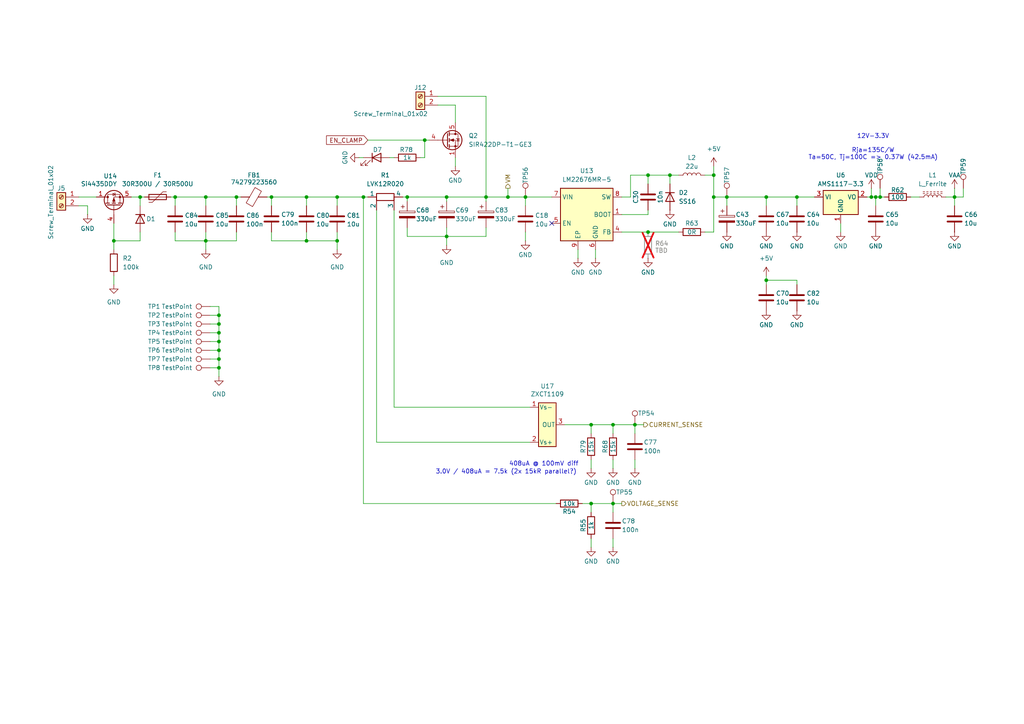
<source format=kicad_sch>
(kicad_sch (version 20250114) (generator "eeschema") (generator_version "9.0")
  (paper "A4")
  (lib_symbols
    (symbol "Amplifier_Current:ZXCT1109" (pin_names (offset 0.254))
      (property "Reference" "U" (at 7.62 1.27 0))
      (property "Value" "ZXCT1109" (at 7.62 -1.27 0))
      (symbol "ZXCT1109_0_1"
        (rectangle (start -6.35 2.54) (end 6.35 -2.54) (stroke (width 0.254)) (fill (type background)))
      )
      (symbol "ZXCT1109_1_1"
        (pin input line (at -5.08 5.08 270) (length 2.54) (name "Vs+") (number "2"))
        (pin output line (at 0 -5.08 90) (length 2.54) (name "OUT") (number "3"))
        (pin input line (at 5.08 5.08 270) (length 2.54) (name "Vs-") (number "1"))
      )
    )
    (symbol "Connector:Screw_Terminal_01x02" (pin_names (offset 1.016) (hide yes))
      (property "Reference" "J" (at 0 2.54 0))
      (property "Value" "Screw_Terminal_01x02" (at 0 -5.08 0))
      (symbol "Screw_Terminal_01x02_1_1"
        (rectangle (start -1.27 1.27) (end 1.27 -3.81) (stroke (width 0.254)) (fill (type background)))
        (polyline (pts (xy -0.5334 0.3302) (xy 0.3302 -0.508)) (stroke (width 0.1524)))
        (polyline (pts (xy -0.5334 -2.2098) (xy 0.3302 -3.048)) (stroke (width 0.1524)))
        (polyline (pts (xy -0.3556 0.508) (xy 0.508 -0.3302)) (stroke (width 0.1524)))
        (polyline (pts (xy -0.3556 -2.032) (xy 0.508 -2.8702)) (stroke (width 0.1524)))
        (circle (center 0 0) (radius 0.635) (stroke (width 0.1524)))
        (circle (center 0 -2.54) (radius 0.635) (stroke (width 0.1524)))
        (pin passive line (at -5.08 0 0) (length 3.81) (name "Pin_1") (number "1"))
        (pin passive line (at -5.08 -2.54 0) (length 3.81) (name "Pin_2") (number "2"))
      )
    )
    (symbol "Connector:TestPoint" (pin_numbers (hide yes)) (pin_names (offset 0.762) (hide yes))
      (property "Reference" "TP" (at 0 6.858 0))
      (property "Value" "TestPoint" (at 0 5.08 0))
      (symbol "TestPoint_0_1"
        (circle (center 0 3.302) (radius 0.762))
      )
      (symbol "TestPoint_1_1"
        (pin passive line (at 0 0 90) (length 2.54) (name "1") (number "1"))
      )
    )
    (symbol "Device:C" (pin_numbers (hide yes)) (pin_names (offset 0.254))
      (property "Reference" "C" (at 0.635 2.54 0))
      (property "Value" "C" (at 0.635 -2.54 0))
      (symbol "C_0_1"
        (polyline (pts (xy -2.032 0.762) (xy 2.032 0.762)) (stroke (width 0.508)))
        (polyline (pts (xy -2.032 -0.762) (xy 2.032 -0.762)) (stroke (width 0.508)))
      )
      (symbol "C_1_1"
        (pin passive line (at 0 3.81 270) (length 2.794) (name "~") (number "1"))
        (pin passive line (at 0 -3.81 90) (length 2.794) (name "~") (number "2"))
      )
    )
    (symbol "Device:C_Polarized" (pin_numbers (hide yes)) (pin_names (offset 0.254))
      (property "Reference" "C" (at 0.635 2.54 0))
      (property "Value" "C_Polarized" (at 0.635 -2.54 0))
      (symbol "C_Polarized_0_1"
        (rectangle (start -2.286 0.508) (end 2.286 1.016))
        (polyline (pts (xy -1.778 2.286) (xy -0.762 2.286)))
        (polyline (pts (xy -1.27 2.794) (xy -1.27 1.778)))
        (rectangle (start 2.286 -0.508) (end -2.286 -1.016) (fill (type outline)))
      )
      (symbol "C_Polarized_1_1"
        (pin passive line (at 0 3.81 270) (length 2.794) (name "~") (number "1"))
        (pin passive line (at 0 -3.81 90) (length 2.794) (name "~") (number "2"))
      )
    )
    (symbol "Device:D" (pin_numbers (hide yes)) (pin_names (offset 1.016) (hide yes))
      (property "Reference" "D" (at 0 2.54 0))
      (property "Value" "D" (at 0 -2.54 0))
      (symbol "D_0_1"
        (polyline (pts (xy -1.27 1.27) (xy -1.27 -1.27)) (stroke (width 0.254)))
        (polyline (pts (xy 1.27 1.27) (xy 1.27 -1.27) (xy -1.27 0) (xy 1.27 1.27)) (stroke (width 0.254)))
        (polyline (pts (xy 1.27 0) (xy -1.27 0)))
      )
      (symbol "D_1_1"
        (pin passive line (at -3.81 0 0) (length 2.54) (name "K") (number "1"))
        (pin passive line (at 3.81 0 180) (length 2.54) (name "A") (number "2"))
      )
    )
    (symbol "Device:D_Zener" (pin_numbers (hide yes)) (pin_names (offset 1.016) (hide yes))
      (property "Reference" "D" (at 0 2.54 0))
      (property "Value" "D_Zener" (at 0 -2.54 0))
      (symbol "D_Zener_0_1"
        (polyline (pts (xy -1.27 -1.27) (xy -1.27 1.27) (xy -0.762 1.27)) (stroke (width 0.254)))
        (polyline (pts (xy 1.27 0) (xy -1.27 0)))
        (polyline (pts (xy 1.27 -1.27) (xy 1.27 1.27) (xy -1.27 0) (xy 1.27 -1.27)) (stroke (width 0.254)))
      )
      (symbol "D_Zener_1_1"
        (pin passive line (at -3.81 0 0) (length 2.54) (name "K") (number "1"))
        (pin passive line (at 3.81 0 180) (length 2.54) (name "A") (number "2"))
      )
    )
    (symbol "Device:FerriteBead" (pin_numbers (hide yes)) (pin_names (offset 0))
      (property "Reference" "FB" (at -3.81 0.635 90))
      (property "Value" "FerriteBead" (at 3.81 0 90))
      (symbol "FerriteBead_0_1"
        (polyline (pts (xy -2.7686 0.4064) (xy -1.7018 2.2606) (xy 2.7686 -0.3048) (xy 1.6764 -2.159) (xy -2.7686 0.4064)))
        (polyline (pts (xy 0 1.27) (xy 0 1.2954)))
        (polyline (pts (xy 0 -1.27) (xy 0 -1.2192)))
      )
      (symbol "FerriteBead_1_1"
        (pin passive line (at 0 3.81 270) (length 2.54) (name "~") (number "1"))
        (pin passive line (at 0 -3.81 90) (length 2.54) (name "~") (number "2"))
      )
    )
    (symbol "Device:L" (pin_numbers (hide yes)) (pin_names (offset 1.016) (hide yes))
      (property "Reference" "L" (at -1.27 0 90))
      (property "Value" "L" (at 1.905 0 90))
      (symbol "L_0_1"
        (arc (start 0 2.54) (mid 0.6323 1.905) (end 0 1.27))
        (arc (start 0 1.27) (mid 0.6323 0.635) (end 0 0))
        (arc (start 0 0) (mid 0.6323 -0.635) (end 0 -1.27))
        (arc (start 0 -1.27) (mid 0.6323 -1.905) (end 0 -2.54))
      )
      (symbol "L_1_1"
        (pin passive line (at 0 3.81 270) (length 1.27) (name "1") (number "1"))
        (pin passive line (at 0 -3.81 90) (length 1.27) (name "2") (number "2"))
      )
    )
    (symbol "Device:LED" (pin_numbers (hide yes)) (pin_names (offset 1.016) (hide yes))
      (property "Reference" "D" (at 0 2.54 0))
      (property "Value" "LED" (at 0 -2.54 0))
      (symbol "LED_0_1"
        (polyline (pts (xy -3.048 -0.762) (xy -4.572 -2.286) (xy -3.81 -2.286) (xy -4.572 -2.286) (xy -4.572 -1.524)))
        (polyline (pts (xy -1.778 -0.762) (xy -3.302 -2.286) (xy -2.54 -2.286) (xy -3.302 -2.286) (xy -3.302 -1.524)))
        (polyline (pts (xy -1.27 0) (xy 1.27 0)))
        (polyline (pts (xy -1.27 -1.27) (xy -1.27 1.27)) (stroke (width 0.254)))
        (polyline (pts (xy 1.27 -1.27) (xy 1.27 1.27) (xy -1.27 0) (xy 1.27 -1.27)) (stroke (width 0.254)))
      )
      (symbol "LED_1_1"
        (pin passive line (at -3.81 0 0) (length 2.54) (name "K") (number "1"))
        (pin passive line (at 3.81 0 180) (length 2.54) (name "A") (number "2"))
      )
    )
    (symbol "Device:L_Ferrite" (pin_numbers (hide yes)) (pin_names (offset 1.016) (hide yes))
      (property "Reference" "L" (at -1.27 0 90))
      (property "Value" "L_Ferrite" (at 2.794 0 90))
      (symbol "L_Ferrite_0_1"
        (arc (start 0 2.54) (mid 0.6323 1.905) (end 0 1.27))
        (arc (start 0 1.27) (mid 0.6323 0.635) (end 0 0))
        (arc (start 0 0) (mid 0.6323 -0.635) (end 0 -1.27))
        (arc (start 0 -1.27) (mid 0.6323 -1.905) (end 0 -2.54))
        (polyline (pts (xy 1.016 2.286) (xy 1.016 2.794)))
        (polyline (pts (xy 1.016 1.27) (xy 1.016 1.778)))
        (polyline (pts (xy 1.016 0.254) (xy 1.016 0.762)))
        (polyline (pts (xy 1.016 -0.762) (xy 1.016 -0.254)))
        (polyline (pts (xy 1.016 -1.778) (xy 1.016 -1.27)))
        (polyline (pts (xy 1.016 -2.794) (xy 1.016 -2.286)))
        (polyline (pts (xy 1.524 2.794) (xy 1.524 2.286)))
        (polyline (pts (xy 1.524 1.778) (xy 1.524 1.27)))
        (polyline (pts (xy 1.524 0.762) (xy 1.524 0.254)))
        (polyline (pts (xy 1.524 -0.254) (xy 1.524 -0.762)))
        (polyline (pts (xy 1.524 -1.27) (xy 1.524 -1.778)))
        (polyline (pts (xy 1.524 -2.286) (xy 1.524 -2.794)))
      )
      (symbol "L_Ferrite_1_1"
        (pin passive line (at 0 3.81 270) (length 1.27) (name "1") (number "1"))
        (pin passive line (at 0 -3.81 90) (length 1.27) (name "2") (number "2"))
      )
    )
    (symbol "Device:Polyfuse" (pin_numbers (hide yes)) (pin_names (offset 0))
      (property "Reference" "F" (at -2.54 0 90))
      (property "Value" "Polyfuse" (at 2.54 0 90))
      (symbol "Polyfuse_0_1"
        (polyline (pts (xy -1.524 2.54) (xy -1.524 1.524) (xy 1.524 -1.524) (xy 1.524 -2.54)))
        (rectangle (start -0.762 2.54) (end 0.762 -2.54) (stroke (width 0.254)))
        (polyline (pts (xy 0 2.54) (xy 0 -2.54)))
      )
      (symbol "Polyfuse_1_1"
        (pin passive line (at 0 3.81 270) (length 1.27) (name "~") (number "1"))
        (pin passive line (at 0 -3.81 90) (length 1.27) (name "~") (number "2"))
      )
    )
    (symbol "Device:R" (pin_numbers (hide yes)) (pin_names (offset 0))
      (property "Reference" "R" (at 2.032 0 90))
      (property "Value" "R" (at 0 0 90))
      (symbol "R_0_1"
        (rectangle (start -1.016 -2.54) (end 1.016 2.54) (stroke (width 0.254)))
      )
      (symbol "R_1_1"
        (pin passive line (at 0 3.81 270) (length 1.27) (name "~") (number "1"))
        (pin passive line (at 0 -3.81 90) (length 1.27) (name "~") (number "2"))
      )
    )
    (symbol "Device:R_Shunt" (pin_numbers (hide yes)) (pin_names (offset 0))
      (property "Reference" "R" (at -4.445 0 90))
      (property "Value" "R_Shunt" (at -2.54 0 90))
      (symbol "R_Shunt_0_1"
        (rectangle (start -1.016 -2.54) (end 1.016 2.54) (stroke (width 0.254)))
        (polyline (pts (xy 0 -2.54) (xy 1.27 -2.54)))
        (polyline (pts (xy 1.27 2.54) (xy 0 2.54)))
      )
      (symbol "R_Shunt_1_1"
        (pin passive line (at 0 5.08 270) (length 2.54) (name "1") (number "1"))
        (pin passive line (at 0 -5.08 90) (length 2.54) (name "4") (number "4"))
        (pin passive line (at 3.81 2.54 180) (length 2.54) (name "2") (number "2"))
        (pin passive line (at 3.81 -2.54 180) (length 2.54) (name "3") (number "3"))
      )
    )
    (symbol "Regulator_Linear:AMS1117-3.3"
      (property "Reference" "U" (at -3.81 3.175 0))
      (property "Value" "AMS1117-3.3" (at 0 3.175 0))
      (symbol "AMS1117-3.3_0_1"
        (rectangle (start -5.08 -5.08) (end 5.08 1.905) (stroke (width 0.254)) (fill (type background)))
      )
      (symbol "AMS1117-3.3_1_1"
        (pin power_in line (at -7.62 0 0) (length 2.54) (name "VI") (number "3"))
        (pin power_in line (at 0 -7.62 90) (length 2.54) (name "GND") (number "1"))
        (pin power_out line (at 7.62 0 180) (length 2.54) (name "VO") (number "2"))
      )
    )
    (symbol "Regulator_Switching:LM22676MR-5"
      (property "Reference" "U" (at -6.35 8.89 0))
      (property "Value" "LM22676MR-5" (at 5.08 8.89 0))
      (symbol "LM22676MR-5_0_1"
        (rectangle (start -7.62 7.62) (end 7.62 -7.62) (stroke (width 0.254)) (fill (type background)))
      )
      (symbol "LM22676MR-5_1_1"
        (pin power_in line (at -10.16 5.08 0) (length 2.54) (name "VIN") (number "7"))
        (pin input line (at -10.16 -2.54 0) (length 2.54) (name "EN") (number "5"))
        (pin no_connect line (at -7.62 2.54 0) (length 2.54) (hide yes) (name "NC") (number "2"))
        (pin no_connect line (at -7.62 0 0) (length 2.54) (hide yes) (name "NC") (number "3"))
        (pin power_in line (at -2.54 -10.16 90) (length 2.54) (name "EP") (number "9"))
        (pin power_in line (at 2.54 -10.16 90) (length 2.54) (name "GND") (number "6"))
        (pin power_out line (at 10.16 5.08 180) (length 2.54) (name "SW") (number "8"))
        (pin input line (at 10.16 0 180) (length 2.54) (name "BOOT") (number "1"))
        (pin input line (at 10.16 -5.08 180) (length 2.54) (name "FB") (number "4"))
      )
    )
    (symbol "Transistor_FET:CSD25402Q3A" (pin_names (hide yes))
      (property "Reference" "U14" (at 8.636 1.016 90))
      (property "Value" "Si4435DDY" (at 6.35 1.524 90))
      (symbol "CSD25402Q3A_0_1"
        (polyline (pts (xy 0.254 1.905) (xy 0.254 -1.905)) (stroke (width 0.254)))
        (polyline (pts (xy 0.254 0) (xy -2.54 0)))
        (polyline (pts (xy 0.762 2.286) (xy 0.762 1.27)) (stroke (width 0.254)))
        (polyline (pts (xy 0.762 1.778) (xy 3.302 1.778) (xy 3.302 -1.778) (xy 0.762 -1.778)))
        (polyline (pts (xy 0.762 0.508) (xy 0.762 -0.508)) (stroke (width 0.254)))
        (polyline (pts (xy 0.762 -1.27) (xy 0.762 -2.286)) (stroke (width 0.254)))
        (circle (center 1.651 0) (radius 2.794) (stroke (width 0.254)))
        (polyline (pts (xy 2.286 0) (xy 1.27 0.381) (xy 1.27 -0.381) (xy 2.286 0)) (fill (type outline)))
        (polyline (pts (xy 2.54 2.54) (xy 2.54 1.778)))
        (circle (center 2.54 1.778) (radius 0.254) (fill (type outline)))
        (circle (center 2.54 -1.778) (radius 0.254) (fill (type outline)))
        (polyline (pts (xy 2.54 -2.54) (xy 2.54 0) (xy 0.762 0)))
        (polyline (pts (xy 2.794 -0.508) (xy 2.921 -0.381) (xy 3.683 -0.381) (xy 3.81 -0.254)))
        (polyline (pts (xy 3.302 -0.381) (xy 2.921 0.254) (xy 3.683 0.254) (xy 3.302 -0.381)))
      )
      (symbol "CSD25402Q3A_1_1"
        (pin input line (at -5.08 0 0) (length 2.54) (name "G") (number "4"))
        (pin passive line (at 2.54 5.08 270) (length 2.54) (name "D") (number "1"))
        (pin passive line (at 2.54 5.08 270) (length 2.54) (hide yes) (name "D") (number "2"))
        (pin passive line (at 2.54 5.08 270) (length 2.54) (hide yes) (name "D") (number "3"))
        (pin passive line (at 2.54 -5.08 90) (length 2.54) (name "S") (number "5"))
        (pin passive line (at 2.54 -5.08 90) (length 2.54) (hide yes) (name "S") (number "6"))
        (pin passive line (at 2.54 -5.08 90) (length 2.54) (hide yes) (name "S") (number "7"))
        (pin passive line (at 2.54 -5.08 90) (length 2.54) (hide yes) (name "S") (number "8"))
      )
    )
    (symbol "Transistor_FET:SiR696DP" (pin_names (hide yes))
      (property "Reference" "Q" (at 5.08 1.905 0))
      (property "Value" "SiR696DP" (at 5.08 0 0))
      (symbol "SiR696DP_0_1"
        (polyline (pts (xy 0.254 1.905) (xy 0.254 -1.905)) (stroke (width 0.254)))
        (polyline (pts (xy 0.254 0) (xy -2.54 0)))
        (polyline (pts (xy 0.762 2.286) (xy 0.762 1.27)) (stroke (width 0.254)))
        (polyline (pts (xy 0.762 0.508) (xy 0.762 -0.508)) (stroke (width 0.254)))
        (polyline (pts (xy 0.762 -1.27) (xy 0.762 -2.286)) (stroke (width 0.254)))
        (polyline (pts (xy 0.762 -1.778) (xy 3.302 -1.778) (xy 3.302 1.778) (xy 0.762 1.778)))
        (polyline (pts (xy 1.016 0) (xy 2.032 0.381) (xy 2.032 -0.381) (xy 1.016 0)) (fill (type outline)))
        (circle (center 1.651 0) (radius 2.794) (stroke (width 0.254)))
        (polyline (pts (xy 2.54 2.54) (xy 2.54 1.778)))
        (circle (center 2.54 1.778) (radius 0.254) (fill (type outline)))
        (circle (center 2.54 -1.778) (radius 0.254) (fill (type outline)))
        (polyline (pts (xy 2.54 -2.54) (xy 2.54 0) (xy 0.762 0)))
        (polyline (pts (xy 2.794 0.508) (xy 2.921 0.381) (xy 3.683 0.381) (xy 3.81 0.254)))
        (polyline (pts (xy 3.302 0.381) (xy 2.921 -0.254) (xy 3.683 -0.254) (xy 3.302 0.381)))
      )
      (symbol "SiR696DP_1_1"
        (pin input line (at -5.08 0 0) (length 2.54) (name "G") (number "4"))
        (pin passive line (at 2.54 5.08 270) (length 2.54) (name "D") (number "5"))
        (pin passive line (at 2.54 -5.08 90) (length 2.54) (name "S") (number "1"))
        (pin passive line (at 2.54 -5.08 90) (length 2.54) (hide yes) (name "S") (number "2"))
        (pin passive line (at 2.54 -5.08 90) (length 2.54) (hide yes) (name "S") (number "3"))
      )
    )
    (symbol "power:+5V" (power) (pin_numbers (hide yes)) (pin_names (offset 0) (hide yes))
      (property "Value" "+5V" (at 0 3.556 0))
      (symbol "+5V_0_1"
        (polyline (pts (xy -0.762 1.27) (xy 0 2.54)))
        (polyline (pts (xy 0 2.54) (xy 0.762 1.27)))
        (polyline (pts (xy 0 0) (xy 0 2.54)))
      )
      (symbol "+5V_1_1"
        (pin power_in line (at 0 0 90) (length 0) (name "~") (number "1"))
      )
    )
    (symbol "power:GND" (power) (pin_numbers (hide yes)) (pin_names (offset 0) (hide yes))
      (property "Value" "GND" (at 0 -3.81 0))
      (symbol "GND_0_1"
        (polyline (pts (xy 0 0) (xy 0 -1.27) (xy 1.27 -1.27) (xy 0 -2.54) (xy -1.27 -1.27) (xy 0 -1.27)))
      )
      (symbol "GND_1_1"
        (pin power_in line (at 0 0 270) (length 0) (name "~") (number "1"))
      )
    )
    (symbol "power:VDD" (power) (pin_numbers (hide yes)) (pin_names (offset 0) (hide yes))
      (property "Value" "VDD" (at 0 3.556 0))
      (symbol "VDD_0_1"
        (polyline (pts (xy -0.762 1.27) (xy 0 2.54)))
        (polyline (pts (xy 0 2.54) (xy 0.762 1.27)))
        (polyline (pts (xy 0 0) (xy 0 2.54)))
      )
      (symbol "VDD_1_1"
        (pin power_in line (at 0 0 90) (length 0) (name "~") (number "1"))
      )
    )
  )
  (text "408uA @ 100mV diff" (at 157.734 134.62 0) (effects (font (size 1.27 1.27))))
  (text "12V-3.3V\n\nRja=135C/W\nTa=50C, Tj=100C => 0.37W (42.5mA)" (at 253.238 42.672 0) (effects (font (size 1.27 1.27))))
  (text "3.0V / 408uA = 7.5k (2x 15kR parallel?)" (at 146.812 136.906 0) (effects (font (size 1.27 1.27))))
  (junction (at 129.54 68.58))
  (junction (at 207.01 50.8))
  (junction (at 63.5 91.44))
  (junction (at 40.64 57.15))
  (junction (at 63.5 106.68))
  (junction (at 97.79 69.85))
  (junction (at 184.15 123.19))
  (junction (at 88.9 69.85))
  (junction (at 78.74 57.15))
  (junction (at 255.27 57.15))
  (junction (at 140.97 57.15))
  (junction (at 118.11 57.15))
  (junction (at 50.8 57.15))
  (junction (at 59.69 69.85))
  (junction (at 63.5 96.52))
  (junction (at 187.96 50.8))
  (junction (at 59.69 57.15))
  (junction (at 147.32 57.15))
  (junction (at 88.9 57.15))
  (junction (at 207.01 57.15))
  (junction (at 231.14 57.15))
  (junction (at 63.5 93.98))
  (junction (at 105.41 57.15))
  (junction (at 194.31 50.8))
  (junction (at 177.8 146.05))
  (junction (at 63.5 101.6))
  (junction (at 68.58 57.15))
  (junction (at 123.19 40.64))
  (junction (at 177.8 123.19))
  (junction (at 63.5 99.06))
  (junction (at 129.54 57.15))
  (junction (at 171.45 146.05))
  (junction (at 171.45 123.19))
  (junction (at 222.25 81.28))
  (junction (at 276.86 57.15))
  (junction (at 152.4 57.15))
  (junction (at 254 57.15))
  (junction (at 187.96 67.31))
  (junction (at 210.82 57.15))
  (junction (at 222.25 57.15))
  (junction (at 97.79 57.15))
  (junction (at 252.73 57.15))
  (junction (at 63.5 104.14))
  (junction (at 33.02 69.85))
  (no_connect (at 160.02 64.77))
  (wire (pts (xy 50.8 69.85) (xy 59.69 69.85)))
  (wire (pts (xy 127 27.94) (xy 140.97 27.94)))
  (wire (pts (xy 60.96 96.52) (xy 63.5 96.52)))
  (wire (pts (xy 180.34 57.15) (xy 182.88 57.15)))
  (wire (pts (xy 59.69 57.15) (xy 59.69 59.69)))
  (wire (pts (xy 60.96 88.9) (xy 63.5 88.9)))
  (wire (pts (xy 60.96 99.06) (xy 63.5 99.06)))
  (wire (pts (xy 177.8 158.75) (xy 177.8 156.21)))
  (wire (pts (xy 49.53 57.15) (xy 50.8 57.15)))
  (wire (pts (xy 129.54 68.58) (xy 129.54 66.04)))
  (wire (pts (xy 33.02 64.77) (xy 33.02 69.85)))
  (wire (pts (xy 255.27 54.61) (xy 255.27 57.15)))
  (wire (pts (xy 276.86 57.15) (xy 276.86 59.69)))
  (wire (pts (xy 88.9 57.15) (xy 97.79 57.15)))
  (wire (pts (xy 171.45 146.05) (xy 171.45 148.59)))
  (wire (pts (xy 78.74 57.15) (xy 78.74 59.69)))
  (wire (pts (xy 254 57.15) (xy 254 59.69)))
  (wire (pts (xy 33.02 69.85) (xy 40.64 69.85)))
  (wire (pts (xy 22.86 59.69) (xy 25.4 59.69)))
  (wire (pts (xy 123.19 40.64) (xy 123.19 45.72)))
  (wire (pts (xy 60.96 104.14) (xy 63.5 104.14)))
  (wire (pts (xy 222.25 57.15) (xy 222.25 59.69)))
  (wire (pts (xy 274.32 57.15) (xy 276.86 57.15)))
  (wire (pts (xy 279.4 54.61) (xy 279.4 57.15)))
  (wire (pts (xy 123.19 40.64) (xy 124.46 40.64)))
  (wire (pts (xy 153.67 128.27) (xy 109.22 128.27)))
  (wire (pts (xy 132.08 35.56) (xy 132.08 30.48)))
  (wire (pts (xy 129.54 57.15) (xy 140.97 57.15)))
  (wire (pts (xy 105.41 146.05) (xy 105.41 57.15)))
  (wire (pts (xy 231.14 81.28) (xy 231.14 82.55)))
  (wire (pts (xy 187.96 67.31) (xy 196.85 67.31)))
  (wire (pts (xy 276.86 57.15) (xy 276.86 54.61)))
  (wire (pts (xy 152.4 57.15) (xy 160.02 57.15)))
  (wire (pts (xy 172.72 74.93) (xy 172.72 72.39)))
  (wire (pts (xy 180.34 67.31) (xy 187.96 67.31)))
  (wire (pts (xy 88.9 67.31) (xy 88.9 69.85)))
  (wire (pts (xy 63.5 101.6) (xy 63.5 104.14)))
  (wire (pts (xy 63.5 106.68) (xy 63.5 109.22)))
  (wire (pts (xy 88.9 57.15) (xy 88.9 59.69)))
  (wire (pts (xy 40.64 67.31) (xy 40.64 69.85)))
  (wire (pts (xy 182.88 57.15) (xy 182.88 50.8)))
  (wire (pts (xy 231.14 57.15) (xy 231.14 59.69)))
  (wire (pts (xy 40.64 57.15) (xy 40.64 59.69)))
  (wire (pts (xy 50.8 67.31) (xy 50.8 69.85)))
  (wire (pts (xy 109.22 128.27) (xy 109.22 60.96)))
  (wire (pts (xy 105.41 57.15) (xy 106.68 57.15)))
  (wire (pts (xy 167.64 74.93) (xy 167.64 72.39)))
  (wire (pts (xy 78.74 57.15) (xy 88.9 57.15)))
  (wire (pts (xy 33.02 69.85) (xy 33.02 72.39)))
  (wire (pts (xy 186.69 123.19) (xy 184.15 123.19)))
  (wire (pts (xy 222.25 81.28) (xy 231.14 81.28)))
  (wire (pts (xy 279.4 57.15) (xy 276.86 57.15)))
  (wire (pts (xy 59.69 69.85) (xy 59.69 67.31)))
  (wire (pts (xy 132.08 48.26) (xy 132.08 45.72)))
  (wire (pts (xy 63.5 88.9) (xy 63.5 91.44)))
  (wire (pts (xy 88.9 69.85) (xy 97.79 69.85)))
  (wire (pts (xy 140.97 68.58) (xy 129.54 68.58)))
  (wire (pts (xy 132.08 30.48) (xy 127 30.48)))
  (wire (pts (xy 180.34 62.23) (xy 187.96 62.23)))
  (wire (pts (xy 140.97 57.15) (xy 147.32 57.15)))
  (wire (pts (xy 222.25 81.28) (xy 222.25 80.01)))
  (wire (pts (xy 140.97 66.04) (xy 140.97 68.58)))
  (wire (pts (xy 50.8 57.15) (xy 50.8 59.69)))
  (wire (pts (xy 177.8 146.05) (xy 177.8 148.59)))
  (wire (pts (xy 194.31 50.8) (xy 196.85 50.8)))
  (wire (pts (xy 60.96 106.68) (xy 63.5 106.68)))
  (wire (pts (xy 210.82 57.15) (xy 222.25 57.15)))
  (wire (pts (xy 177.8 146.05) (xy 180.34 146.05)))
  (wire (pts (xy 222.25 57.15) (xy 231.14 57.15)))
  (wire (pts (xy 140.97 27.94) (xy 140.97 57.15)))
  (wire (pts (xy 60.96 101.6) (xy 63.5 101.6)))
  (wire (pts (xy 152.4 69.85) (xy 152.4 67.31)))
  (wire (pts (xy 38.1 57.15) (xy 40.64 57.15)))
  (wire (pts (xy 63.5 91.44) (xy 63.5 93.98)))
  (wire (pts (xy 243.84 67.31) (xy 243.84 64.77)))
  (wire (pts (xy 252.73 57.15) (xy 254 57.15)))
  (wire (pts (xy 105.41 146.05) (xy 161.29 146.05)))
  (wire (pts (xy 264.16 57.15) (xy 266.7 57.15)))
  (wire (pts (xy 22.86 57.15) (xy 27.94 57.15)))
  (wire (pts (xy 207.01 48.26) (xy 207.01 50.8)))
  (wire (pts (xy 184.15 123.19) (xy 177.8 123.19)))
  (wire (pts (xy 68.58 57.15) (xy 69.85 57.15)))
  (wire (pts (xy 40.64 57.15) (xy 41.91 57.15)))
  (wire (pts (xy 68.58 57.15) (xy 68.58 59.69)))
  (wire (pts (xy 33.02 80.01) (xy 33.02 82.55)))
  (wire (pts (xy 204.47 67.31) (xy 207.01 67.31)))
  (wire (pts (xy 187.96 50.8) (xy 187.96 53.34)))
  (wire (pts (xy 121.92 45.72) (xy 123.19 45.72)))
  (wire (pts (xy 147.32 54.61) (xy 147.32 57.15)))
  (wire (pts (xy 231.14 57.15) (xy 236.22 57.15)))
  (wire (pts (xy 59.69 57.15) (xy 68.58 57.15)))
  (wire (pts (xy 63.5 104.14) (xy 63.5 106.68)))
  (wire (pts (xy 184.15 123.19) (xy 184.15 125.73)))
  (wire (pts (xy 118.11 66.04) (xy 118.11 68.58)))
  (wire (pts (xy 254 57.15) (xy 255.27 57.15)))
  (wire (pts (xy 97.79 69.85) (xy 97.79 67.31)))
  (wire (pts (xy 177.8 123.19) (xy 177.8 125.73)))
  (wire (pts (xy 97.79 57.15) (xy 105.41 57.15)))
  (wire (pts (xy 25.4 59.69) (xy 25.4 62.23)))
  (wire (pts (xy 251.46 57.15) (xy 252.73 57.15)))
  (wire (pts (xy 114.3 118.11) (xy 114.3 60.96)))
  (wire (pts (xy 210.82 57.15) (xy 210.82 59.69)))
  (wire (pts (xy 187.96 50.8) (xy 194.31 50.8)))
  (wire (pts (xy 184.15 135.89) (xy 184.15 133.35)))
  (wire (pts (xy 182.88 50.8) (xy 187.96 50.8)))
  (wire (pts (xy 116.84 57.15) (xy 118.11 57.15)))
  (wire (pts (xy 140.97 57.15) (xy 140.97 58.42)))
  (wire (pts (xy 222.25 81.28) (xy 222.25 82.55)))
  (wire (pts (xy 171.45 146.05) (xy 168.91 146.05)))
  (wire (pts (xy 255.27 57.15) (xy 256.54 57.15)))
  (wire (pts (xy 97.79 69.85) (xy 97.79 72.39)))
  (wire (pts (xy 97.79 57.15) (xy 97.79 59.69)))
  (wire (pts (xy 68.58 67.31) (xy 68.58 69.85)))
  (wire (pts (xy 77.47 57.15) (xy 78.74 57.15)))
  (wire (pts (xy 163.83 123.19) (xy 171.45 123.19)))
  (wire (pts (xy 171.45 123.19) (xy 177.8 123.19)))
  (wire (pts (xy 118.11 68.58) (xy 129.54 68.58)))
  (wire (pts (xy 63.5 99.06) (xy 63.5 101.6)))
  (wire (pts (xy 207.01 57.15) (xy 207.01 50.8)))
  (wire (pts (xy 59.69 69.85) (xy 59.69 72.39)))
  (wire (pts (xy 63.5 93.98) (xy 63.5 96.52)))
  (wire (pts (xy 207.01 57.15) (xy 210.82 57.15)))
  (wire (pts (xy 147.32 57.15) (xy 152.4 57.15)))
  (wire (pts (xy 68.58 69.85) (xy 59.69 69.85)))
  (wire (pts (xy 129.54 68.58) (xy 129.54 71.12)))
  (wire (pts (xy 171.45 158.75) (xy 171.45 156.21)))
  (wire (pts (xy 194.31 50.8) (xy 194.31 53.34)))
  (wire (pts (xy 78.74 69.85) (xy 88.9 69.85)))
  (wire (pts (xy 104.14 45.72) (xy 105.41 45.72)))
  (wire (pts (xy 60.96 93.98) (xy 63.5 93.98)))
  (wire (pts (xy 207.01 50.8) (xy 204.47 50.8)))
  (wire (pts (xy 106.68 40.64) (xy 123.19 40.64)))
  (wire (pts (xy 252.73 57.15) (xy 252.73 54.61)))
  (wire (pts (xy 63.5 96.52) (xy 63.5 99.06)))
  (wire (pts (xy 60.96 91.44) (xy 63.5 91.44)))
  (wire (pts (xy 153.67 118.11) (xy 114.3 118.11)))
  (wire (pts (xy 50.8 57.15) (xy 59.69 57.15)))
  (wire (pts (xy 118.11 58.42) (xy 118.11 57.15)))
  (wire (pts (xy 113.03 45.72) (xy 114.3 45.72)))
  (wire (pts (xy 171.45 133.35) (xy 171.45 135.89)))
  (wire (pts (xy 171.45 123.19) (xy 171.45 125.73)))
  (wire (pts (xy 177.8 135.89) (xy 177.8 133.35)))
  (wire (pts (xy 118.11 57.15) (xy 129.54 57.15)))
  (wire (pts (xy 78.74 67.31) (xy 78.74 69.85)))
  (wire (pts (xy 187.96 62.23) (xy 187.96 60.96)))
  (wire (pts (xy 129.54 58.42) (xy 129.54 57.15)))
  (wire (pts (xy 207.01 67.31) (xy 207.01 57.15)))
  (wire (pts (xy 171.45 146.05) (xy 177.8 146.05)))
  (wire (pts (xy 152.4 57.15) (xy 152.4 59.69)))
  (global_label "EN_CLAMP" (shape input) (at 106.68 40.64 180) (property "Intersheetrefs" "${INTERSHEET_REFS}" (at 94.1396 40.64 0) (effects (justify right))))
  (hierarchical_label "VM" (shape output) (at 147.32 54.61 90))
  (hierarchical_label "VOLTAGE_SENSE" (shape output) (at 180.34 146.05 0))
  (hierarchical_label "CURRENT_SENSE" (shape output) (at 186.69 123.19 0))
  (symbol (lib_id "Connector:TestPoint") (at 279.4 54.61 0) (unit 1)
    (property "Reference" "TP59" (at 279.4 48.26 90))
    (property "Value" "TestPoint" (effects (hide yes)))
    (property "Footprint" "Footprints:TP_0.6mm" (effects (hide yes)))
    (property "Description" "test point" (effects (hide yes)))
  )
  (symbol (lib_id "Device:FerriteBead") (at 73.66 57.15 90) (unit 1)
    (property "Reference" "FB1" (at 73.66 50.8 90))
    (property "Value" "74279223560" (at 73.66 52.832 90))
    (property "Footprint" "Inductor_SMD:L_1812_4532Metric" (effects (hide yes)))
    (property "Description" "Ferrite bead" (effects (hide yes)))
  )
  (symbol (lib_id "Device:C") (at 222.25 86.36 0) (unit 1)
    (property "Reference" "C70" (at 225.044 85.09 0) (effects (justify left)))
    (property "Value" "10u" (at 225.044 87.63 0) (effects (justify left)))
    (property "Footprint" "Capacitor_SMD:C_1206_3216Metric" (effects (hide yes)))
    (property "Description" "Unpolarized capacitor" (effects (hide yes)))
  )
  (symbol (lib_id "power:GND") (at 222.25 67.31 0) (unit 1)
    (property "Reference" "#PWR0117" (effects (hide yes)))
    (property "Value" "GND" (at 224.282 71.374 0) (effects (justify right)))
    (property "Description" "Power symbol creates a global label with name \"GND\" , ground" (effects (hide yes)))
  )
  (symbol (lib_id "Device:C_Polarized") (at 140.97 62.23 0) (unit 1)
    (property "Reference" "C83" (at 143.51 60.96 0) (effects (justify left)))
    (property "Value" "330uF" (at 143.51 63.5 0) (effects (justify left)))
    (property "Footprint" "Capacitor_SMD:CP_Elec_10x10" (effects (hide yes)))
    (property "Description" "Polarized capacitor" (effects (hide yes)))
  )
  (symbol (lib_id "Device:C") (at 177.8 152.4 0) (unit 1)
    (property "Reference" "C78" (at 180.34 151.13 0) (effects (justify left)))
    (property "Value" "100n" (at 180.34 153.67 0) (effects (justify left)))
    (property "Footprint" "Footprints:Nice_0402C" (effects (hide yes)))
    (property "Description" "Unpolarized capacitor" (effects (hide yes)))
  )
  (symbol (lib_id "Connector:TestPoint") (at 60.96 96.52 90) (unit 1)
    (property "Reference" "TP4" (at 44.704 96.52 90))
    (property "Value" "TestPoint" (at 51.308 96.52 90))
    (property "Footprint" "TestPoint:TestPoint_THTPad_D1.0mm_Drill0.5mm" (effects (hide yes)))
    (property "Description" "test point" (effects (hide yes)))
  )
  (symbol (lib_id "power:GND") (at 187.96 74.93 0) (unit 1)
    (property "Reference" "#PWR0114" (effects (hide yes)))
    (property "Value" "GND" (at 189.992 78.994 0) (effects (justify right)))
    (property "Description" "Power symbol creates a global label with name \"GND\" , ground" (effects (hide yes)))
  )
  (symbol (lib_id "Device:L") (at 200.66 50.8 90) (unit 1)
    (property "Reference" "L2" (at 200.66 45.72 90))
    (property "Value" "22u" (at 200.66 48.26 90))
    (property "Footprint" "Inductor_SMD:L_Bourns-SRN8040_8x8.15mm" (effects (hide yes)))
    (property "Description" "Inductor" (effects (hide yes)))
    (property "MPN" " SRN8040-220M" (effects (hide yes)))
  )
  (symbol (lib_id "power:GND") (at 167.64 74.93 0) (unit 1)
    (property "Reference" "#PWR098" (effects (hide yes)))
    (property "Value" "GND" (at 169.672 78.994 0) (effects (justify right)))
    (property "Description" "Power symbol creates a global label with name \"GND\" , ground" (effects (hide yes)))
  )
  (symbol (lib_id "Device:C") (at 187.96 57.15 180) (unit 1)
    (property "Reference" "C30" (at 184.404 57.15 90))
    (property "Value" "10n" (at 191.516 57.15 90))
    (property "Footprint" "Footprints:Nice_0603C" (effects (hide yes)))
    (property "Description" "Unpolarized capacitor" (effects (hide yes)))
  )
  (symbol (lib_id "Device:C") (at 68.58 63.5 0) (unit 1)
    (property "Reference" "C86" (at 71.374 62.484 0) (effects (justify left)))
    (property "Value" "100n" (at 71.374 65.024 0) (effects (justify left)))
    (property "Footprint" "Footprints:Nice_0603C" (effects (hide yes)))
    (property "Description" "Unpolarized capacitor" (effects (hide yes)))
  )
  (symbol (lib_id "power:+5V") (at 207.01 48.26 0) (unit 1)
    (property "Reference" "#PWR0115" (effects (hide yes)))
    (property "Value" "+5V" (at 207.01 43.18 0))
    (property "Description" "Power symbol creates a global label with name \"+5V\"" (effects (hide yes)))
  )
  (symbol (lib_id "Connector:TestPoint") (at 60.96 104.14 90) (unit 1)
    (property "Reference" "TP7" (at 44.704 104.14 90))
    (property "Value" "TestPoint" (at 51.308 104.14 90))
    (property "Footprint" "TestPoint:TestPoint_THTPad_D1.0mm_Drill0.5mm" (effects (hide yes)))
    (property "Description" "test point" (effects (hide yes)))
  )
  (symbol (lib_id "Connector:TestPoint") (at 152.4 57.15 0) (unit 1)
    (property "Reference" "TP56" (at 152.4 50.8 90))
    (property "Value" "TestPoint" (effects (hide yes)))
    (property "Footprint" "Footprints:TP_0.6mm" (effects (hide yes)))
    (property "Description" "test point" (effects (hide yes)))
  )
  (symbol (lib_id "Connector:Screw_Terminal_01x02") (at 121.92 27.94 0) (mirror y) (unit 1)
    (property "Reference" "J12" (at 121.92 25.4 0))
    (property "Value" "Screw_Terminal_01x02" (at 113.284 33.02 0))
    (property "Footprint" "TerminalBlock_Phoenix:TerminalBlock_Phoenix_MKDS-1,5-2_1x02_P5.00mm_Horizontal" (effects (hide yes)))
    (property "Description" "Generic screw terminal, single row, 01x02, script generated (kicad-library-utils/schlib/autogen/connector/)" (effects (hide yes)))
  )
  (symbol (lib_id "power:GND") (at 177.8 135.89 0) (unit 1)
    (property "Reference" "#PWR0121" (effects (hide yes)))
    (property "Value" "GND" (at 179.832 139.954 0) (effects (justify right)))
    (property "Description" "Power symbol creates a global label with name \"GND\" , ground" (effects (hide yes)))
  )
  (symbol (lib_id "power:GND") (at 63.5 109.22 0) (unit 1)
    (property "Reference" "#PWR0138" (effects (hide yes)))
    (property "Value" "GND" (at 63.5 114.3 0))
    (property "Description" "Power symbol creates a global label with name \"GND\" , ground" (effects (hide yes)))
  )
  (symbol (lib_id "power:GND") (at 104.14 45.72 270) (unit 1)
    (property "Reference" "#PWR0124" (effects (hide yes)))
    (property "Value" "GND" (at 100.076 47.752 0) (effects (justify right)))
    (property "Description" "Power symbol creates a global label with name \"GND\" , ground" (effects (hide yes)))
  )
  (symbol (lib_id "power:GND") (at 231.14 67.31 0) (unit 1)
    (property "Reference" "#PWR0100" (effects (hide yes)))
    (property "Value" "GND" (at 233.172 71.374 0) (effects (justify right)))
    (property "Description" "Power symbol creates a global label with name \"GND\" , ground" (effects (hide yes)))
  )
  (symbol (lib_id "Device:R") (at 200.66 67.31 90) (unit 1)
    (property "Reference" "R63" (at 200.66 64.77 90))
    (property "Value" "0R" (at 200.66 67.31 90))
    (property "Footprint" "Footprints:Nice_0402R" (effects (hide yes)))
    (property "Description" "Resistor" (effects (hide yes)))
  )
  (symbol (lib_id "Device:R") (at 260.35 57.15 90) (unit 1)
    (property "Reference" "R62" (at 260.35 55.118 90))
    (property "Value" "100" (at 260.35 57.15 90))
    (property "Footprint" "Footprints:Nice_0402R" (effects (hide yes)))
    (property "Description" "Resistor" (effects (hide yes)))
  )
  (symbol (lib_id "power:GND") (at 177.8 158.75 0) (unit 1)
    (property "Reference" "#PWR0106" (effects (hide yes)))
    (property "Value" "GND" (at 179.832 162.814 0) (effects (justify right)))
    (property "Description" "Power symbol creates a global label with name \"GND\" , ground" (effects (hide yes)))
  )
  (symbol (lib_id "power:GND") (at 184.15 135.89 0) (unit 1)
    (property "Reference" "#PWR0104" (effects (hide yes)))
    (property "Value" "GND" (at 186.182 139.954 0) (effects (justify right)))
    (property "Description" "Power symbol creates a global label with name \"GND\" , ground" (effects (hide yes)))
  )
  (symbol (lib_id "Device:Polyfuse") (at 45.72 57.15 90) (unit 1)
    (property "Reference" "F1" (at 45.72 50.8 90))
    (property "Value" "30R300U / 30R500U" (at 45.72 53.34 90))
    (property "Footprint" "Footprints:LIttelfuse_30R" (effects (hide yes)))
    (property "Description" "Resettable fuse, polymeric positive temperature coefficient" (effects (hide yes)))
  )
  (symbol (lib_id "Device:C_Polarized") (at 210.82 63.5 0) (unit 1)
    (property "Reference" "C43" (at 213.36 62.23 0) (effects (justify left)))
    (property "Value" "330uF" (at 213.36 64.77 0) (effects (justify left)))
    (property "Footprint" "Capacitor_SMD:CP_Elec_10x10" (effects (hide yes)))
    (property "Description" "Polarized capacitor" (effects (hide yes)))
  )
  (symbol (lib_id "Connector:TestPoint") (at 177.8 146.05 0) (unit 1)
    (property "Reference" "TP55" (at 181.102 142.748 0))
    (property "Value" "TestPoint" (effects (hide yes)))
    (property "Footprint" "Footprints:TP_0.6mm" (effects (hide yes)))
    (property "Description" "test point" (effects (hide yes)))
  )
  (symbol (lib_id "Device:C") (at 222.25 63.5 0) (unit 1)
    (property "Reference" "C67" (at 225.044 62.23 0) (effects (justify left)))
    (property "Value" "10u" (at 225.044 64.77 0) (effects (justify left)))
    (property "Footprint" "Capacitor_SMD:C_1206_3216Metric" (effects (hide yes)))
    (property "Description" "Unpolarized capacitor" (effects (hide yes)))
  )
  (symbol (lib_id "Device:C_Polarized") (at 129.54 62.23 0) (unit 1)
    (property "Reference" "C69" (at 132.08 60.96 0) (effects (justify left)))
    (property "Value" "330uF" (at 132.08 63.5 0) (effects (justify left)))
    (property "Footprint" "Capacitor_SMD:CP_Elec_10x10" (effects (hide yes)))
    (property "Description" "Polarized capacitor" (effects (hide yes)))
  )
  (symbol (lib_id "Device:C") (at 184.15 129.54 0) (unit 1)
    (property "Reference" "C77" (at 186.69 128.27 0) (effects (justify left)))
    (property "Value" "100n" (at 186.69 130.81 0) (effects (justify left)))
    (property "Footprint" "Footprints:Nice_0402C" (effects (hide yes)))
    (property "Description" "Unpolarized capacitor" (effects (hide yes)))
  )
  (symbol (lib_id "power:GND") (at 243.84 67.31 0) (unit 1)
    (property "Reference" "#PWR093" (effects (hide yes)))
    (property "Value" "GND" (at 245.872 71.374 0) (effects (justify right)))
    (property "Description" "Power symbol creates a global label with name \"GND\" , ground" (effects (hide yes)))
  )
  (symbol (lib_id "Transistor_FET:CSD25402Q3A") (at 33.02 59.69 90) (unit 1)
    (property "Reference" "U14" (at 32.004 51.054 90))
    (property "Value" "Si4435DDY" (at 28.702 53.34 90))
    (property "Footprint" "Package_SO:SOIC-8_3.9x4.9mm_P1.27mm" (effects (hide yes)))
    (property "Datasheet" "https://www.ti.com/lit/ds/symlink/csd25402q3a.pdf" (effects (hide yes)))
    (property "Description" "-76A Id, -20V Vds, NexFET P-Channel Power MOSFET, 7.7mOhm Ron, Qg (typ) 7.5 nC, VSON-8 3.3x3.3mm" (effects (hide yes)))
  )
  (symbol (lib_id "power:GND") (at 171.45 158.75 0) (unit 1)
    (property "Reference" "#PWR0105" (effects (hide yes)))
    (property "Value" "GND" (at 173.482 162.814 0) (effects (justify right)))
    (property "Description" "Power symbol creates a global label with name \"GND\" , ground" (effects (hide yes)))
  )
  (symbol (lib_id "power:GND") (at 210.82 67.31 0) (unit 1)
    (property "Reference" "#PWR0116" (effects (hide yes)))
    (property "Value" "GND" (at 212.852 71.374 0) (effects (justify right)))
    (property "Description" "Power symbol creates a global label with name \"GND\" , ground" (effects (hide yes)))
  )
  (symbol (lib_id "Amplifier_Current:ZXCT1109") (at 158.75 123.19 90) (unit 1)
    (property "Reference" "U17" (at 158.75 112.014 90))
    (property "Value" "ZXCT1109" (at 158.75 114.3 90))
    (property "Footprint" "Package_TO_SOT_SMD:SOT-23" (effects (hide yes)))
    (property "Datasheet" "https://www.diodes.com/assets/Datasheets/ZXCT1107_10.pdf" (effects (hide yes)))
    (property "Description" "Low Power High-Side Current Monitors, SOT-23" (effects (hide yes)))
    (property "MPN" "ZXCT1109SA-7" (effects (hide yes)))
  )
  (symbol (lib_id "Connector:TestPoint") (at 60.96 88.9 90) (unit 1)
    (property "Reference" "TP1" (at 44.704 88.9 90))
    (property "Value" "TestPoint" (at 51.308 88.9 90))
    (property "Footprint" "TestPoint:TestPoint_THTPad_D1.0mm_Drill0.5mm" (effects (hide yes)))
    (property "Description" "test point" (effects (hide yes)))
  )
  (symbol (lib_id "Device:L_Ferrite") (at 270.51 57.15 90) (unit 1)
    (property "Reference" "L1" (at 270.51 50.8 90))
    (property "Value" "L_Ferrite" (at 270.51 53.34 90))
    (property "Footprint" "Inductor_SMD:L_0805_2012Metric" (effects (hide yes)))
    (property "Description" "Inductor with ferrite core" (effects (hide yes)))
  )
  (symbol (lib_id "Device:C") (at 254 63.5 0) (unit 1)
    (property "Reference" "C65" (at 256.794 62.23 0) (effects (justify left)))
    (property "Value" "10u" (at 256.794 64.77 0) (effects (justify left)))
    (property "Footprint" "Capacitor_SMD:C_1206_3216Metric" (effects (hide yes)))
    (property "Description" "Unpolarized capacitor" (effects (hide yes)))
  )
  (symbol (lib_id "power:GND") (at 222.25 90.17 0) (unit 1)
    (property "Reference" "#PWR0118" (effects (hide yes)))
    (property "Value" "GND" (at 224.282 94.234 0) (effects (justify right)))
    (property "Description" "Power symbol creates a global label with name \"GND\" , ground" (effects (hide yes)))
  )
  (symbol (lib_id "power:GND") (at 172.72 74.93 0) (unit 1)
    (property "Reference" "#PWR0112" (effects (hide yes)))
    (property "Value" "GND" (at 174.752 78.994 0) (effects (justify right)))
    (property "Description" "Power symbol creates a global label with name \"GND\" , ground" (effects (hide yes)))
  )
  (symbol (lib_id "Connector:TestPoint") (at 60.96 106.68 90) (unit 1)
    (property "Reference" "TP8" (at 44.704 106.68 90))
    (property "Value" "TestPoint" (at 51.308 106.68 90))
    (property "Footprint" "TestPoint:TestPoint_THTPad_D1.0mm_Drill0.5mm" (effects (hide yes)))
    (property "Description" "test point" (effects (hide yes)))
  )
  (symbol (lib_id "Transistor_FET:SiR696DP") (at 129.54 40.64 0) (unit 1)
    (property "Reference" "Q2" (at 135.89 39.3699 0) (effects (justify left)))
    (property "Value" "SIR422DP-T1-GE3" (at 135.89 41.9099 0) (effects (justify left)))
    (property "Footprint" "Package_SO:PowerPAK_SO-8_Single" (effects (hide yes)))
    (property "Datasheet" "https://www.vishay.com/docs/65689/sir696dp.pdf" (effects (hide yes)))
    (property "Description" "60A Id, 125V Vds N-Channel MOSFET, 9.6mOhm Ron, 19.4 nC Qg(typ), PowerPAK-8" (effects (hide yes)))
  )
  (symbol (lib_id "Device:R") (at 165.1 146.05 270) (unit 1)
    (property "Reference" "R54" (at 165.1 148.336 90))
    (property "Value" "10k" (at 165.1 146.05 90))
    (property "Footprint" "Footprints:Nice_0402R" (effects (hide yes)))
    (property "Description" "Resistor" (effects (hide yes)))
  )
  (symbol (lib_id "Device:C") (at 231.14 63.5 0) (unit 1)
    (property "Reference" "C64" (at 233.934 62.23 0) (effects (justify left)))
    (property "Value" "10u" (at 233.934 64.77 0) (effects (justify left)))
    (property "Footprint" "Capacitor_SMD:C_1206_3216Metric" (effects (hide yes)))
    (property "Description" "Unpolarized capacitor" (effects (hide yes)))
  )
  (symbol (lib_id "Connector:TestPoint") (at 255.27 54.61 0) (unit 1)
    (property "Reference" "TP58" (at 255.27 48.26 90))
    (property "Value" "TestPoint" (effects (hide yes)))
    (property "Footprint" "Footprints:TP_0.6mm" (effects (hide yes)))
    (property "Description" "test point" (effects (hide yes)))
  )
  (symbol (lib_id "Device:D") (at 194.31 57.15 270) (unit 1)
    (property "Reference" "D2" (at 196.85 55.8799 90) (effects (justify left)))
    (property "Value" "SS16" (at 196.85 58.4199 90) (effects (justify left)))
    (property "Footprint" "Diode_SMD:D_SMA" (effects (hide yes)))
    (property "Description" "Diode" (effects (hide yes)))
    (property "Sim.Device" "D" (effects (hide yes)))
    (property "Sim.Pins" "1=K 2=A" (effects (hide yes)))
  )
  (symbol (lib_id "power:GND") (at 97.79 72.39 0) (unit 1)
    (property "Reference" "#PWR0110" (effects (hide yes)))
    (property "Value" "GND" (at 97.79 77.47 0))
    (property "Description" "Power symbol creates a global label with name \"GND\" , ground" (effects (hide yes)))
  )
  (symbol (lib_id "Device:R") (at 187.96 71.12 0) (unit 1) (dnp yes)
    (property "Reference" "R64" (at 189.992 70.612 0) (effects (justify left)))
    (property "Value" "TBD" (at 189.992 72.644 0) (effects (justify left)))
    (property "Footprint" "Footprints:Nice_0402DNP" (effects (hide yes)))
    (property "Description" "Resistor" (effects (hide yes)))
  )
  (symbol (lib_id "Device:C") (at 78.74 63.5 0) (unit 1)
    (property "Reference" "C79" (at 81.534 62.23 0) (effects (justify left)))
    (property "Value" "100n" (at 81.534 64.77 0) (effects (justify left)))
    (property "Footprint" "Footprints:Nice_0603C" (effects (hide yes)))
    (property "Description" "Unpolarized capacitor" (effects (hide yes)))
  )
  (symbol (lib_id "power:GND") (at 254 67.31 0) (unit 1)
    (property "Reference" "#PWR099" (effects (hide yes)))
    (property "Value" "GND" (at 256.032 71.374 0) (effects (justify right)))
    (property "Description" "Power symbol creates a global label with name \"GND\" , ground" (effects (hide yes)))
  )
  (symbol (lib_id "Device:C") (at 231.14 86.36 0) (unit 1)
    (property "Reference" "C82" (at 233.934 85.09 0) (effects (justify left)))
    (property "Value" "10u" (at 233.934 87.63 0) (effects (justify left)))
    (property "Footprint" "Capacitor_SMD:C_1206_3216Metric" (effects (hide yes)))
    (property "Description" "Unpolarized capacitor" (effects (hide yes)))
  )
  (symbol (lib_id "power:GND") (at 25.4 62.23 0) (unit 1)
    (property "Reference" "#PWR050" (effects (hide yes)))
    (property "Value" "GND" (at 27.432 66.294 0) (effects (justify right)))
    (property "Description" "Power symbol creates a global label with name \"GND\" , ground" (effects (hide yes)))
  )
  (symbol (lib_id "power:+5V") (at 222.25 80.01 0) (unit 1)
    (property "Reference" "#PWR0120" (effects (hide yes)))
    (property "Value" "+5V" (at 222.25 74.93 0))
    (property "Description" "Power symbol creates a global label with name \"+5V\"" (effects (hide yes)))
  )
  (symbol (lib_id "power:GND") (at 231.14 90.17 0) (unit 1)
    (property "Reference" "#PWR0119" (effects (hide yes)))
    (property "Value" "GND" (at 233.172 94.234 0) (effects (justify right)))
    (property "Description" "Power symbol creates a global label with name \"GND\" , ground" (effects (hide yes)))
  )
  (symbol (lib_id "power:GND") (at 132.08 48.26 0) (unit 1)
    (property "Reference" "#PWR0123" (effects (hide yes)))
    (property "Value" "GND" (at 134.112 52.324 0) (effects (justify right)))
    (property "Description" "Power symbol creates a global label with name \"GND\" , ground" (effects (hide yes)))
  )
  (symbol (lib_id "Device:C") (at 97.79 63.5 0) (unit 1)
    (property "Reference" "C81" (at 100.584 62.484 0) (effects (justify left)))
    (property "Value" "10u" (at 100.584 65.024 0) (effects (justify left)))
    (property "Footprint" "Capacitor_SMD:C_1206_3216Metric" (effects (hide yes)))
    (property "Description" "Unpolarized capacitor" (effects (hide yes)))
  )
  (symbol (lib_id "Connector:TestPoint") (at 184.15 123.19 0) (unit 1)
    (property "Reference" "TP54" (at 187.452 119.888 0))
    (property "Value" "TestPoint" (effects (hide yes)))
    (property "Footprint" "Footprints:TP_0.6mm" (effects (hide yes)))
    (property "Description" "test point" (effects (hide yes)))
  )
  (symbol (lib_id "power:GND") (at 59.69 72.39 0) (unit 1)
    (property "Reference" "#PWR0111" (effects (hide yes)))
    (property "Value" "GND" (at 59.69 77.47 0))
    (property "Description" "Power symbol creates a global label with name \"GND\" , ground" (effects (hide yes)))
  )
  (symbol (lib_id "Device:R") (at 118.11 45.72 270) (unit 1)
    (property "Reference" "R78" (at 117.856 43.434 90))
    (property "Value" "1k" (at 118.11 45.72 90))
    (property "Footprint" "Footprints:Nice_0402R" (effects (hide yes)))
    (property "Description" "Resistor" (effects (hide yes)))
  )
  (symbol (lib_id "Connector:TestPoint") (at 60.96 93.98 90) (unit 1)
    (property "Reference" "TP3" (at 44.704 93.98 90))
    (property "Value" "TestPoint" (at 51.308 93.98 90))
    (property "Footprint" "TestPoint:TestPoint_THTPad_D1.0mm_Drill0.5mm" (effects (hide yes)))
    (property "Description" "test point" (effects (hide yes)))
  )
  (symbol (lib_id "Connector:TestPoint") (at 210.82 57.15 0) (unit 1)
    (property "Reference" "TP57" (at 210.82 50.8 90))
    (property "Value" "TestPoint" (effects (hide yes)))
    (property "Footprint" "Footprints:TP_0.6mm" (effects (hide yes)))
    (property "Description" "test point" (effects (hide yes)))
  )
  (symbol (lib_id "Device:C") (at 88.9 63.5 0) (unit 1)
    (property "Reference" "C80" (at 91.694 62.484 0) (effects (justify left)))
    (property "Value" "10u" (at 91.694 65.024 0) (effects (justify left)))
    (property "Footprint" "Capacitor_SMD:C_1206_3216Metric" (effects (hide yes)))
    (property "Description" "Unpolarized capacitor" (effects (hide yes)))
  )
  (symbol (lib_id "Connector:TestPoint") (at 60.96 101.6 90) (unit 1)
    (property "Reference" "TP6" (at 44.704 101.6 90))
    (property "Value" "TestPoint" (at 51.308 101.6 90))
    (property "Footprint" "TestPoint:TestPoint_THTPad_D1.0mm_Drill0.5mm" (effects (hide yes)))
    (property "Description" "test point" (effects (hide yes)))
  )
  (symbol (lib_id "Device:R_Shunt") (at 111.76 57.15 90) (mirror x) (unit 1)
    (property "Reference" "R1" (at 111.76 50.8 90))
    (property "Value" "LVK12R020" (at 111.76 53.34 90))
    (property "Footprint" "Resistor_SMD:R_Shunt_Ohmite_LVK12" (effects (hide yes)))
    (property "Datasheet" "https://www.ohmite.com/assets/images/res-lvk.pdf" (effects (hide yes)))
    (property "Description" "Shunt resistor" (effects (hide yes)))
    (property "MPN" "LVK12R020CER" (effects (hide yes)))
  )
  (symbol (lib_id "Connector:TestPoint") (at 60.96 99.06 90) (unit 1)
    (property "Reference" "TP5" (at 44.704 99.06 90))
    (property "Value" "TestPoint" (at 51.308 99.06 90))
    (property "Footprint" "TestPoint:TestPoint_THTPad_D1.0mm_Drill0.5mm" (effects (hide yes)))
    (property "Description" "test point" (effects (hide yes)))
  )
  (symbol (lib_id "Device:C") (at 276.86 63.5 0) (unit 1)
    (property "Reference" "C66" (at 279.654 62.23 0) (effects (justify left)))
    (property "Value" "10u" (at 279.654 64.77 0) (effects (justify left)))
    (property "Footprint" "Capacitor_SMD:C_1206_3216Metric" (effects (hide yes)))
    (property "Description" "Unpolarized capacitor" (effects (hide yes)))
  )
  (symbol (lib_id "Device:C") (at 152.4 63.5 0) (unit 1)
    (property "Reference" "C18" (at 155.194 62.484 0) (effects (justify left)))
    (property "Value" "10u" (at 155.194 65.024 0) (effects (justify left)))
    (property "Footprint" "Capacitor_SMD:C_1206_3216Metric" (effects (hide yes)))
    (property "Description" "Unpolarized capacitor" (effects (hide yes)))
  )
  (symbol (lib_id "power:VDD") (at 276.86 54.61 0) (unit 1)
    (property "Reference" "#PWR095" (effects (hide yes)))
    (property "Value" "VAA" (at 276.86 50.8 0))
    (property "Description" "Power symbol creates a global label with name \"VDD\"" (effects (hide yes)))
  )
  (symbol (lib_id "Device:C") (at 50.8 63.5 0) (unit 1)
    (property "Reference" "C84" (at 53.594 62.484 0) (effects (justify left)))
    (property "Value" "10u" (at 53.594 65.024 0) (effects (justify left)))
    (property "Footprint" "Capacitor_SMD:C_1206_3216Metric" (effects (hide yes)))
    (property "Description" "Unpolarized capacitor" (effects (hide yes)))
  )
  (symbol (lib_id "Device:LED") (at 109.22 45.72 0) (unit 1)
    (property "Reference" "D7" (at 109.474 43.434 0))
    (property "Value" "LED" (effects (hide yes)))
    (property "Footprint" "LED_SMD:LED_0805_2012Metric" (effects (hide yes)))
    (property "Description" "Light emitting diode" (effects (hide yes)))
  )
  (symbol (lib_id "Device:R") (at 177.8 129.54 180) (unit 1)
    (property "Reference" "R68" (at 175.514 129.54 90))
    (property "Value" "15k" (at 177.8 129.54 90))
    (property "Footprint" "Footprints:Nice_0402R" (effects (hide yes)))
    (property "Description" "Resistor" (effects (hide yes)))
  )
  (symbol (lib_id "power:GND") (at 129.54 71.12 0) (unit 1)
    (property "Reference" "#PWR0101" (effects (hide yes)))
    (property "Value" "GND" (at 129.54 76.2 0))
    (property "Description" "Power symbol creates a global label with name \"GND\" , ground" (effects (hide yes)))
  )
  (symbol (lib_id "power:GND") (at 276.86 67.31 0) (unit 1)
    (property "Reference" "#PWR096" (effects (hide yes)))
    (property "Value" "GND" (at 278.892 71.374 0) (effects (justify right)))
    (property "Description" "Power symbol creates a global label with name \"GND\" , ground" (effects (hide yes)))
  )
  (symbol (lib_id "Device:C_Polarized") (at 118.11 62.23 0) (unit 1)
    (property "Reference" "C68" (at 120.65 60.96 0) (effects (justify left)))
    (property "Value" "330uF" (at 120.65 63.5 0) (effects (justify left)))
    (property "Footprint" "Capacitor_SMD:CP_Elec_10x10" (effects (hide yes)))
    (property "Description" "Polarized capacitor" (effects (hide yes)))
  )
  (symbol (lib_id "Regulator_Switching:LM22676MR-5") (at 170.18 62.23 0) (unit 1)
    (property "Reference" "U13" (at 170.18 49.53 0))
    (property "Value" "LM22676MR-5" (at 170.18 52.07 0))
    (property "Footprint" "Package_SO:TI_SO-PowerPAD-8" (effects (hide yes)))
    (property "Datasheet" "http://www.ti.com/lit/ds/symlink/lm22676.pdf" (effects (hide yes)))
    (property "Description" "3A Step-Down Switching Voltage Regulater, 4.5-42V Input, 5V Output, 500kHz Switching Frequency, SOIC-8" (effects (hide yes)))
  )
  (symbol (lib_id "Connector:TestPoint") (at 60.96 91.44 90) (unit 1)
    (property "Reference" "TP2" (at 44.704 91.44 90))
    (property "Value" "TestPoint" (at 51.308 91.44 90))
    (property "Footprint" "TestPoint:TestPoint_THTPad_D1.0mm_Drill0.5mm" (effects (hide yes)))
    (property "Description" "test point" (effects (hide yes)))
  )
  (symbol (lib_id "power:GND") (at 152.4 69.85 0) (unit 1)
    (property "Reference" "#PWR097" (effects (hide yes)))
    (property "Value" "GND" (at 154.432 73.914 0) (effects (justify right)))
    (property "Description" "Power symbol creates a global label with name \"GND\" , ground" (effects (hide yes)))
  )
  (symbol (lib_id "power:GND") (at 194.31 60.96 0) (unit 1)
    (property "Reference" "#PWR0113" (effects (hide yes)))
    (property "Value" "GND" (at 196.342 65.024 0) (effects (justify right)))
    (property "Description" "Power symbol creates a global label with name \"GND\" , ground" (effects (hide yes)))
  )
  (symbol (lib_id "Device:R") (at 171.45 129.54 180) (unit 1)
    (property "Reference" "R79" (at 169.164 129.54 90))
    (property "Value" "15k" (at 171.45 129.54 90))
    (property "Footprint" "Footprints:Nice_0402R" (effects (hide yes)))
    (property "Description" "Resistor" (effects (hide yes)))
  )
  (symbol (lib_id "Device:R") (at 171.45 152.4 180) (unit 1)
    (property "Reference" "R55" (at 169.164 152.4 90))
    (property "Value" "1k" (at 171.45 152.4 90))
    (property "Footprint" "Footprints:Nice_0402R" (effects (hide yes)))
    (property "Description" "Resistor" (effects (hide yes)))
  )
  (symbol (lib_id "Device:C") (at 59.69 63.5 0) (unit 1)
    (property "Reference" "C85" (at 62.484 62.484 0) (effects (justify left)))
    (property "Value" "10u" (at 62.484 65.024 0) (effects (justify left)))
    (property "Footprint" "Capacitor_SMD:C_1206_3216Metric" (effects (hide yes)))
    (property "Description" "Unpolarized capacitor" (effects (hide yes)))
  )
  (symbol (lib_id "power:VDD") (at 252.73 54.61 0) (unit 1)
    (property "Reference" "#PWR094" (effects (hide yes)))
    (property "Value" "VDD" (at 252.73 50.8 0))
    (property "Description" "Power symbol creates a global label with name \"VDD\"" (effects (hide yes)))
  )
  (symbol (lib_id "power:GND") (at 33.02 82.55 0) (unit 1)
    (property "Reference" "#PWR0102" (effects (hide yes)))
    (property "Value" "GND" (at 33.02 87.63 0))
    (property "Description" "Power symbol creates a global label with name \"GND\" , ground" (effects (hide yes)))
  )
  (symbol (lib_id "power:GND") (at 171.45 135.89 0) (unit 1)
    (property "Reference" "#PWR0139" (effects (hide yes)))
    (property "Value" "GND" (at 173.482 139.954 0) (effects (justify right)))
    (property "Description" "Power symbol creates a global label with name \"GND\" , ground" (effects (hide yes)))
  )
  (symbol (lib_id "Regulator_Linear:AMS1117-3.3") (at 243.84 57.15 0) (unit 1)
    (property "Reference" "U6" (at 243.84 50.8 0))
    (property "Value" "AMS1117-3.3" (at 243.84 53.34 0))
    (property "Footprint" "Package_TO_SOT_SMD:SOT-223-3_TabPin2" (effects (hide yes)))
    (property "Datasheet" "http://www.advanced-monolithic.com/pdf/ds1117.pdf" (effects (hide yes)))
    (property "Description" "1A Low Dropout regulator, positive, 3.3V fixed output, SOT-223" (effects (hide yes)))
  )
  (symbol (lib_id "Device:D_Zener") (at 40.64 63.5 270) (unit 1)
    (property "Reference" "D1" (at 42.418 63.5 90) (effects (justify left)))
    (property "Value" "10V zener" (effects (hide yes)))
    (property "Footprint" "Diode_SMD:D_SOD-323_HandSoldering" (effects (hide yes)))
    (property "Description" "Zener diode" (effects (hide yes)))
    (property "MPN" "BZX384" (effects (hide yes)))
  )
  (symbol (lib_id "Device:R") (at 33.02 76.2 0) (unit 1)
    (property "Reference" "R2" (at 35.56 74.9299 0) (effects (justify left)))
    (property "Value" "100k" (at 35.56 77.4699 0) (effects (justify left)))
    (property "Footprint" "Footprints:Nice_0402R" (effects (hide yes)))
    (property "Description" "Resistor" (effects (hide yes)))
  )
  (symbol (lib_id "Connector:Screw_Terminal_01x02") (at 17.78 57.15 0) (mirror y) (unit 1)
    (property "Reference" "J5" (at 17.78 54.61 0))
    (property "Value" "Screw_Terminal_01x02" (at 14.732 58.674 90))
    (property "Footprint" "TerminalBlock_Phoenix:TerminalBlock_Phoenix_MKDS-1,5-2_1x02_P5.00mm_Horizontal" (effects (hide yes)))
    (property "Description" "Generic screw terminal, single row, 01x02, script generated (kicad-library-utils/schlib/autogen/connector/)" (effects (hide yes)))
  )
)
</source>
